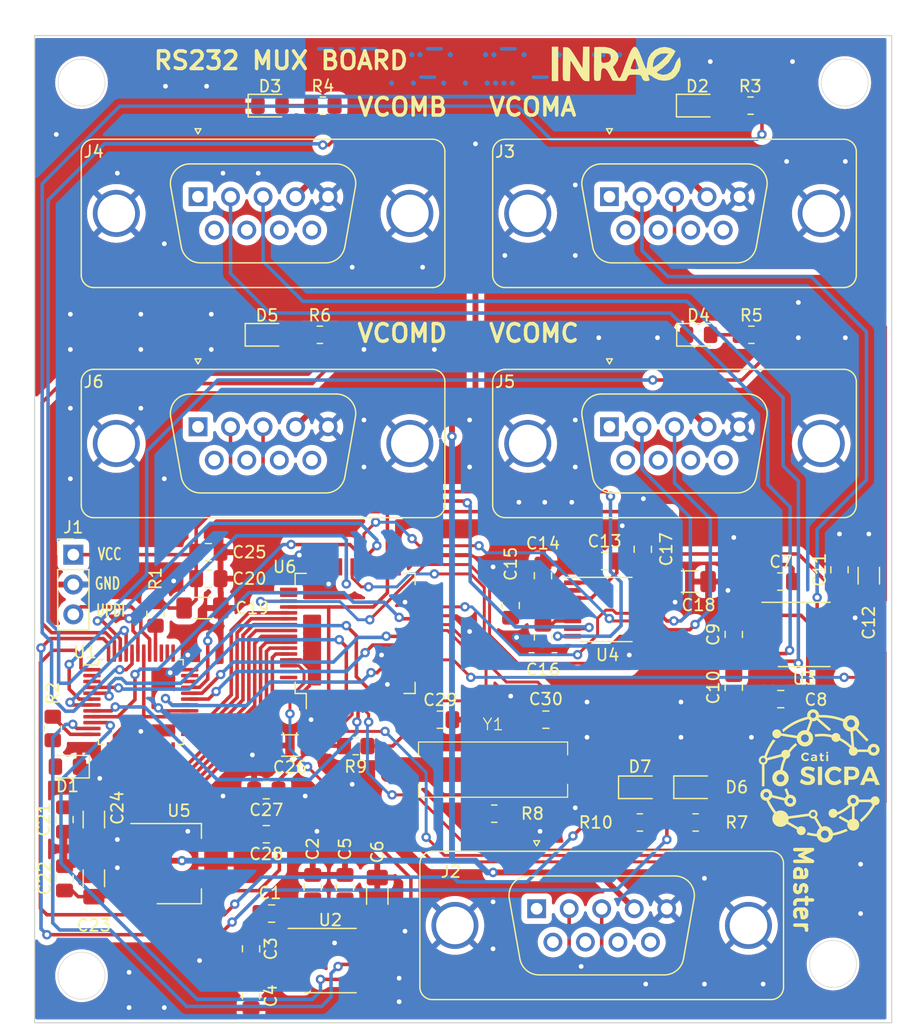
<source format=kicad_pcb>
(kicad_pcb (version 20221018) (generator pcbnew)

  (general
    (thickness 1.6)
  )

  (paper "A4")
  (layers
    (0 "F.Cu" signal)
    (31 "B.Cu" signal)
    (32 "B.Adhes" user "B.Adhesive")
    (33 "F.Adhes" user "F.Adhesive")
    (34 "B.Paste" user)
    (35 "F.Paste" user)
    (36 "B.SilkS" user "B.Silkscreen")
    (37 "F.SilkS" user "F.Silkscreen")
    (38 "B.Mask" user)
    (39 "F.Mask" user)
    (40 "Dwgs.User" user "User.Drawings")
    (41 "Cmts.User" user "User.Comments")
    (42 "Eco1.User" user "User.Eco1")
    (43 "Eco2.User" user "User.Eco2")
    (44 "Edge.Cuts" user)
    (45 "Margin" user)
    (46 "B.CrtYd" user "B.Courtyard")
    (47 "F.CrtYd" user "F.Courtyard")
    (48 "B.Fab" user)
    (49 "F.Fab" user)
    (50 "User.1" user)
    (51 "User.2" user)
    (52 "User.3" user)
    (53 "User.4" user)
    (54 "User.5" user)
    (55 "User.6" user)
    (56 "User.7" user)
    (57 "User.8" user)
    (58 "User.9" user)
  )

  (setup
    (stackup
      (layer "F.SilkS" (type "Top Silk Screen"))
      (layer "F.Paste" (type "Top Solder Paste"))
      (layer "F.Mask" (type "Top Solder Mask") (thickness 0.01))
      (layer "F.Cu" (type "copper") (thickness 0.035))
      (layer "dielectric 1" (type "core") (thickness 1.51) (material "FR4") (epsilon_r 4.5) (loss_tangent 0.02))
      (layer "B.Cu" (type "copper") (thickness 0.035))
      (layer "B.Mask" (type "Bottom Solder Mask") (thickness 0.01))
      (layer "B.Paste" (type "Bottom Solder Paste"))
      (layer "B.SilkS" (type "Bottom Silk Screen"))
      (copper_finish "None")
      (dielectric_constraints no)
    )
    (pad_to_mask_clearance 0)
    (pcbplotparams
      (layerselection 0x00010fc_ffffffff)
      (plot_on_all_layers_selection 0x0000000_00000000)
      (disableapertmacros false)
      (usegerberextensions false)
      (usegerberattributes true)
      (usegerberadvancedattributes true)
      (creategerberjobfile true)
      (dashed_line_dash_ratio 12.000000)
      (dashed_line_gap_ratio 3.000000)
      (svgprecision 4)
      (plotframeref false)
      (viasonmask false)
      (mode 1)
      (useauxorigin false)
      (hpglpennumber 1)
      (hpglpenspeed 20)
      (hpglpendiameter 15.000000)
      (dxfpolygonmode true)
      (dxfimperialunits true)
      (dxfusepcbnewfont true)
      (psnegative false)
      (psa4output false)
      (plotreference true)
      (plotvalue true)
      (plotinvisibletext false)
      (sketchpadsonfab false)
      (subtractmaskfromsilk false)
      (outputformat 1)
      (mirror false)
      (drillshape 1)
      (scaleselection 1)
      (outputdirectory "")
    )
  )

  (net 0 "")
  (net 1 "Net-(U2-C1+)")
  (net 2 "Net-(U2-C1-)")
  (net 3 "Net-(U2-V+)")
  (net 4 "GND")
  (net 5 "Net-(U2-C2+)")
  (net 6 "Net-(U2-C2-)")
  (net 7 "Net-(U2-V-)")
  (net 8 "VCC")
  (net 9 "Net-(U3-C1+)")
  (net 10 "Net-(U3-C1-)")
  (net 11 "Net-(U3-V+)")
  (net 12 "Net-(U3-C2+)")
  (net 13 "Net-(U3-C2-)")
  (net 14 "Net-(U3-V-)")
  (net 15 "Net-(U4-C1+)")
  (net 16 "Net-(U4-C1-)")
  (net 17 "Net-(U4-V+)")
  (net 18 "Net-(U4-C2+)")
  (net 19 "Net-(U4-C2-)")
  (net 20 "Net-(U4-V-)")
  (net 21 "VPP")
  (net 22 "Net-(D1-A)")
  (net 23 "Net-(D2-A)")
  (net 24 "Net-(D3-A)")
  (net 25 "Net-(D4-A)")
  (net 26 "Net-(D5-A)")
  (net 27 "Net-(D6-A)")
  (net 28 "Net-(J1-Pin_3)")
  (net 29 "unconnected-(J2-Pad1)")
  (net 30 "/RS232_adapter_1/DOUT1")
  (net 31 "/RS232_adapter_1/RIN1")
  (net 32 "unconnected-(J2-Pad6)")
  (net 33 "unconnected-(J2-Pad7)")
  (net 34 "unconnected-(J2-Pad8)")
  (net 35 "unconnected-(J2-Pad9)")
  (net 36 "unconnected-(J3-Pad1)")
  (net 37 "/RS232_adapter_2/DOUT1")
  (net 38 "unconnected-(J3-Pad6)")
  (net 39 "unconnected-(J3-Pad7)")
  (net 40 "unconnected-(J3-Pad8)")
  (net 41 "unconnected-(J3-Pad9)")
  (net 42 "unconnected-(J4-Pad1)")
  (net 43 "/RS232_adapter_2/DOUT2")
  (net 44 "/RS232_adapter_2/RIN2")
  (net 45 "unconnected-(J4-Pad6)")
  (net 46 "unconnected-(J4-Pad7)")
  (net 47 "unconnected-(J4-Pad8)")
  (net 48 "unconnected-(J4-Pad9)")
  (net 49 "unconnected-(J5-Pad1)")
  (net 50 "/RS232_adapter_3/DOUT1")
  (net 51 "/RS232_adapter_3/RIN1")
  (net 52 "unconnected-(J5-Pad6)")
  (net 53 "unconnected-(J5-Pad7)")
  (net 54 "unconnected-(J5-Pad8)")
  (net 55 "unconnected-(J5-Pad9)")
  (net 56 "unconnected-(J6-Pad1)")
  (net 57 "/RS232_adapter_3/DOUT2")
  (net 58 "/RS232_adapter_3/RIN2")
  (net 59 "unconnected-(J6-Pad6)")
  (net 60 "unconnected-(J6-Pad7)")
  (net 61 "unconnected-(J6-Pad8)")
  (net 62 "unconnected-(J6-Pad9)")
  (net 63 "Net-(U1-~{RESET}{slash}PF6)")
  (net 64 "DEBUG_LED")
  (net 65 "Net-(U6-XTAL1)")
  (net 66 "Net-(U6-XTAL2)")
  (net 67 "/PLED0")
  (net 68 "/PLED1")
  (net 69 "/PLED2")
  (net 70 "unconnected-(U1-PA6-Pad2)")
  (net 71 "unconnected-(U1-PA7-Pad3)")
  (net 72 "/PLED3")
  (net 73 "/PLED4")
  (net 74 "Net-(U6-CLKSEL)")
  (net 75 "/PCSA")
  (net 76 "/TX1")
  (net 77 "/RX1")
  (net 78 "unconnected-(U1-PC4-Pad16)")
  (net 79 "unconnected-(U1-PC5-Pad17)")
  (net 80 "unconnected-(U1-PC6-Pad18)")
  (net 81 "unconnected-(U1-PC7-Pad19)")
  (net 82 "/PCSB")
  (net 83 "/PCSC")
  (net 84 "/PCSD")
  (net 85 "/PIOW")
  (net 86 "/PIOR")
  (net 87 "unconnected-(U1-PC3-Pad13)")
  (net 88 "/PD7")
  (net 89 "/PD6")
  (net 90 "/PD5")
  (net 91 "/PD4")
  (net 92 "/PD3")
  (net 93 "unconnected-(U1-PF4-Pad38)")
  (net 94 "unconnected-(U1-PF5-Pad39)")
  (net 95 "/PD2")
  (net 96 "/PD1")
  (net 97 "/PD0")
  (net 98 "/RS232_adapter_1/DOUT2")
  (net 99 "/RS232_adapter_1/RIN2")
  (net 100 "/RS232_adapter_1/ROUT2")
  (net 101 "/RS232_adapter_1/DIN2")
  (net 102 "/RS232_adapter_2/RIN1")
  (net 103 "/PA2")
  (net 104 "/PA1")
  (net 105 "/PA0")
  (net 106 "/PRST")
  (net 107 "unconnected-(U1-XTAL32K1{slash}PF0-Pad34)")
  (net 108 "unconnected-(U1-XTAL32K2{slash}PF1-Pad35)")
  (net 109 "unconnected-(U1-PF2-Pad36)")
  (net 110 "unconnected-(U1-PF3-Pad37)")
  (net 111 "/UART_buffer/RXB")
  (net 112 "/UART_buffer/TXB")
  (net 113 "/UART_buffer/TXA")
  (net 114 "/UART_buffer/RXA")
  (net 115 "/RS232_adapter_3/ROUT2")
  (net 116 "/RS232_adapter_3/DIN2")
  (net 117 "/UART_buffer/TXC")
  (net 118 "/UART_buffer/RXC")
  (net 119 "unconnected-(U6-~{DSRA}-Pad1)")
  (net 120 "unconnected-(U6-~{CTSA}-Pad2)")
  (net 121 "unconnected-(U6-~{DTRA}-Pad3)")
  (net 122 "unconnected-(U6-~{RTSA}-Pad5)")
  (net 123 "unconnected-(U6-INTA-Pad6)")
  (net 124 "unconnected-(U6-INTB-Pad12)")
  (net 125 "unconnected-(U6-~{RTSB}-Pad13)")
  (net 126 "unconnected-(U6-~{DTRB}-Pad15)")
  (net 127 "unconnected-(U6-~{CTSB}-Pad16)")
  (net 128 "unconnected-(U6-~{DSRB}-Pad17)")
  (net 129 "unconnected-(U6-~{CDB}-Pad18)")
  (net 130 "unconnected-(U6-~{RIB}-Pad19)")
  (net 131 "unconnected-(U6-~{RIC}-Pad30)")
  (net 132 "unconnected-(U6-~{CDC}-Pad31)")
  (net 133 "unconnected-(U6-~{DSRC}-Pad32)")
  (net 134 "unconnected-(U6-~{CTSC}-Pad33)")
  (net 135 "unconnected-(U6-~{DTRC}-Pad34)")
  (net 136 "unconnected-(U6-~{RTSC}-Pad36)")
  (net 137 "unconnected-(U6-INTC-Pad37)")
  (net 138 "unconnected-(U6-INTD-Pad43)")
  (net 139 "unconnected-(U6-~{RTSD}-Pad44)")
  (net 140 "unconnected-(U6-~{DTRD}-Pad46)")
  (net 141 "unconnected-(U6-~{CTSD}-Pad47)")
  (net 142 "unconnected-(U6-~{DSRD}-Pad48)")
  (net 143 "unconnected-(U6-~{CDD}-Pad49)")
  (net 144 "unconnected-(U6-~{RID}-Pad50)")
  (net 145 "unconnected-(U6-~{RIA}-Pad63)")
  (net 146 "unconnected-(U6-~{CDA}-Pad64)")
  (net 147 "Net-(D7-A)")
  (net 148 "/PLED5")

  (footprint "INRAE:PTH_hole_board" (layer "F.Cu") (at 170.95 111.29))

  (footprint "Resistor_SMD:R_0805_2012Metric_Pad1.20x1.40mm_HandSolder" (layer "F.Cu") (at 223.25 98.25))

  (footprint "Capacitor_SMD:C_0805_2012Metric_Pad1.18x1.45mm_HandSolder" (layer "F.Cu") (at 210.25 77.25 90))

  (footprint "Capacitor_SMD:C_1206_3216Metric_Pad1.33x1.80mm_HandSolder" (layer "F.Cu") (at 188.7 91.7 180))

  (footprint "Capacitor_SMD:C_0805_2012Metric_Pad1.18x1.45mm_HandSolder" (layer "F.Cu") (at 169.5 103 90))

  (footprint "INRAE:inrae_logo" (layer "F.Cu") (at 216.5 33.7))

  (footprint "Connector_Dsub:DSUB-9_Male_Vertical_P2.77x2.84mm_MountingHoles" (layer "F.Cu") (at 215.91 45))

  (footprint "Resistor_SMD:R_0805_2012Metric_Pad1.20x1.40mm_HandSolder" (layer "F.Cu") (at 228 56.75 180))

  (footprint "INRAE:PTH_hole_board" (layer "F.Cu") (at 235.95 35.29))

  (footprint "Resistor_SMD:R_0805_2012Metric_Pad1.20x1.40mm_HandSolder" (layer "F.Cu") (at 218.5 98.25))

  (footprint "Package_SO:TSSOP-16_4.4x5mm_P0.65mm" (layer "F.Cu") (at 215.6375 80.125))

  (footprint "Capacitor_SMD:C_0805_2012Metric_Pad1.18x1.45mm_HandSolder" (layer "F.Cu") (at 230.5 87.75 180))

  (footprint "Connector_Dsub:DSUB-9_Male_Vertical_P2.77x2.84mm_MountingHoles" (layer "F.Cu") (at 180.87 45))

  (footprint "Resistor_SMD:R_0805_2012Metric_Pad1.20x1.40mm_HandSolder" (layer "F.Cu") (at 194.3 91.75))

  (footprint "INRAE:PTH_hole_board" (layer "F.Cu") (at 170.95 35.29))

  (footprint "INRAE:ABLS2_XTAL" (layer "F.Cu") (at 206 93.75))

  (footprint "LED_SMD:LED_0805_2012Metric_Pad1.15x1.40mm_HandSolder" (layer "F.Cu") (at 169.75 93.5 180))

  (footprint "Capacitor_SMD:C_1206_3216Metric_Pad1.33x1.80mm_HandSolder" (layer "F.Cu") (at 172 103 90))

  (footprint "Package_SO:TSSOP-16_4.4x5mm_P0.65mm" (layer "F.Cu") (at 232.5 82.25))

  (footprint "Resistor_SMD:R_0805_2012Metric_Pad1.20x1.40mm_HandSolder" (layer "F.Cu") (at 177.25 80.5 -90))

  (footprint "Capacitor_SMD:C_0805_2012Metric_Pad1.18x1.45mm_HandSolder" (layer "F.Cu") (at 226.5 82.25 -90))

  (footprint "Capacitor_SMD:C_0805_2012Metric_Pad1.18x1.45mm_HandSolder" (layer "F.Cu") (at 181.75 77.5))

  (footprint "Package_TO_SOT_SMD:SOT-223" (layer "F.Cu") (at 179.25 101.75))

  (footprint "Capacitor_SMD:C_0805_2012Metric_Pad1.18x1.45mm_HandSolder" (layer "F.Cu") (at 186.6875 99.25 180))

  (footprint "LED_SMD:LED_0805_2012Metric_Pad1.15x1.40mm_HandSolder" (layer "F.Cu") (at 223.475 37.25))

  (footprint "Capacitor_SMD:C_0805_2012Metric_Pad1.18x1.45mm_HandSolder" (layer "F.Cu") (at 210.25 82.4625 -90))

  (footprint "Package_QFP:TQFP-48_7x7mm_P0.5mm" (layer "F.Cu") (at 176 88))

  (footprint "Capacitor_SMD:C_0805_2012Metric_Pad1.18x1.45mm_HandSolder" (layer "F.Cu") (at 169.5 98 -90))

  (footprint "Resistor_SMD:R_0805_2012Metric_Pad1.20x1.40mm_HandSolder" (layer "F.Cu") (at 191.25 56.75 180))

  (footprint "Capacitor_SMD:C_1206_3216Metric_Pad1.33x1.80mm_HandSolder" (layer "F.Cu") (at 172 98 -90))

  (footprint "Capacitor_SMD:C_1206_3216Metric_Pad1.33x1.80mm_HandSolder" (layer "F.Cu") (at 196.1375 104.5 90))

  (footprint "Capacitor_SMD:C_1206_3216Metric_Pad1.33x1.80mm_HandSolder" (layer "F.Cu") (at 181.25 80))

  (footprint "LED_SMD:LED_0805_2012Metric_Pad1.15x1.40mm_HandSolder" (layer "F.Cu") (at 218.545 95.255))

  (footprint "Connector_Dsub:DSUB-9_Male_Vertical_P2.77x2.84mm_MountingHoles" (layer "F.Cu") (at 215.91 64.58))

  (footprint "LED_SMD:LED_0805_2012Metric_Pad1.15x1.40mm_HandSolder" (layer "F.Cu") (at 223.5 56.75))

  (footprint "Package_SO:TSSOP-16_4.4x5mm_P0.65mm" (layer "F.Cu") (at 192.1375 110))

  (footprint "Capacitor_SMD:C_0805_2012Metric_Pad1.18x1.45mm_HandSolder" (layer "F.Cu") (at 187.1375 106 180))

  (footprint "INRAE:PTH_hole_board" (layer "F.Cu") (at 234.95 110.29))

  (footprint "LED_SMD:LED_0805_2012Metric_Pad1.15x1.40mm_HandSolder" (layer "F.Cu") (at 223.25 95.25))

  (footprint "Capacitor_SMD:C_0805_2012Metric_Pad1.18x1.45mm_HandSolder" (layer "F.Cu") (at 215.5 76))

  (footprint "Connector_PinHeader_2.54mm:PinHeader_1x03_P2.54mm_Vertical" (layer "F.Cu") (at 170.25 75.46))

  (footprint "Capacitor_SMD:C_0805_2012Metric_Pad1.18x1.45mm_HandSolder" (layer "F.Cu") (at 185.3875 109 -90))

  (footprint "Package_QFP:TQFP-64_10x10mm_P0.5mm" (layer "F.Cu")
    (tstamp a2859637-e592-4441-aad7-d3090b27228c)
    (at 194.25 82.1625 90)
    (descr "TQFP, 64 Pin (http://www.microsemi.com/index.php?option=com_docman&task=doc_download&gid=131095), generated with kicad-footprint-generator ipc_gullwing_generator.py")
    (tags "TQFP QFP")
    (property "Sheetfile" "UART_buffer.kicad_sch")
    (property "Sheetname" "UART_buffer")
    (path "/9cc66e47-6c05-4032-9560-8f5254ec2e8b/8cc2b52d-7f63-4237-969e-dc0eecc39166")
    (attr smd)
    (fp_text reference "U6" (at 5.6625 -6 180) (layer "F.SilkS")
        (effects (font (size 1 1) (thickness 0.15)))
      (tstamp 491e821c-e260-4fa7-bc88-fc4947839c71)
    )
    (fp_text value "TL16CP754C" (at 0 7.35 90) (layer "F.Fab")
        (effects (font (size 1 1) (thickness 0.15)))
      (tstamp ed0040ba-c9bc-475e-b3d7-543c333740f0)
    )
    (fp_text user "${REFERENCE}" (at 0 0 90) (layer "F.Fab")
        (effects (font (size 1 1) (thickness 0.15)))
      (tstamp bcd90375-cde7-4039-9828-c24d2ba2dea3)
    )
    (fp_line (start -5.11 -5.11) (end -5.11 -4.16)
      (stroke (width 0.12) (type solid)) (layer "F.SilkS") (tstamp e224dd99-1f75-42cd-bb1a-cd6cc8ad598c))
    (fp_line (start -5.11 -4.16) (end -6.4 -4.16)
      (stroke (width 0.12) (type solid)) (layer "F.SilkS") (tstamp 8e938ade-506b-4268-9ec2-262777fafca5))
    (fp_line (start -5.11 5.11) (end -5.11 4.16)
      (stroke (width 0.12) (type solid)) (layer "F.SilkS") (tstamp 23596b66-0854-4196-8c58-5bb3699cf920))
    (fp_line (start -4.16 -5.11) (end -5.11 -5.11)
      (stroke (width 0.12) (type solid)) (layer "F.SilkS") (tstamp b274d9ca-5796-473e-bcca-42fb604e03d2))
    (fp_line (start -4.16 5.11) (end -5.11 5.11)
      (stroke (width 0.12) (type solid)) (layer "F.SilkS") (tstamp 07df778b-be31-4250-8e0a-e3bdf2831516))
    (fp_line (start 4.16 -5.11) (end 5.11 -5.11)
      (stroke (width 0.12) (type solid)) (layer "F.SilkS") (tstamp 522226e1-ec88-44bc-a5e4-a0553f60fd98))
    (fp_line (start 4.16 5.11) (end 5.11 5.11)
      (stroke (width 0.12) 
... [1138808 chars truncated]
</source>
